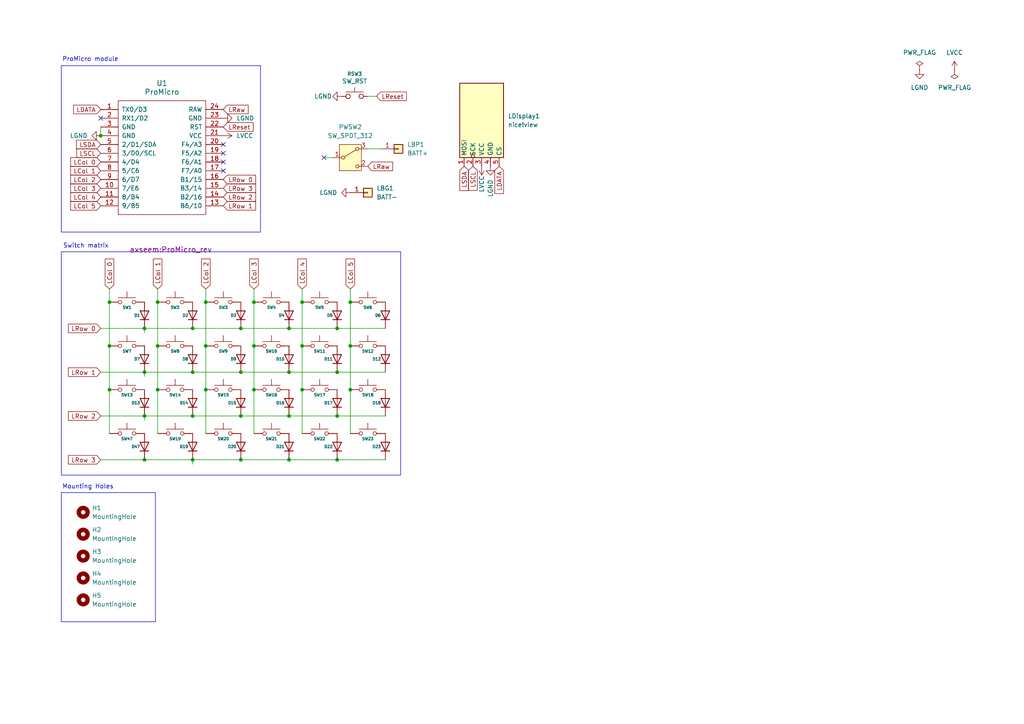
<source format=kicad_sch>
(kicad_sch (version 20250114) (generator "eeschema") (generator_version "9.0")
  (paper "A4")
  (lib_symbols
    (symbol "Device:D" (pin_numbers (hide yes)) (pin_names (offset 1.016) (hide yes))
      (property "Reference" "D" (at 0 2.54 0))
      (property "Value" "D" (at 0 -2.54 0))
      (symbol "D_0_1"
        (polyline (pts (xy -1.27 1.27) (xy -1.27 -1.27)) (stroke (width 0.254)))
        (polyline (pts (xy 1.27 1.27) (xy 1.27 -1.27) (xy -1.27 0) (xy 1.27 1.27)) (stroke (width 0.254)))
        (polyline (pts (xy 1.27 0) (xy -1.27 0)))
      )
      (symbol "D_1_1"
        (pin passive line (at -3.81 0 0) (length 2.54) (name "K") (number "1"))
        (pin passive line (at 3.81 0 180) (length 2.54) (name "A") (number "2"))
      )
    )
    (symbol "Lily58_Pro-rescue:SW_RST-Lily58-cache" (pin_numbers (hide yes)) (pin_names (offset 1.016) (hide yes))
      (property "Reference" "RSW" (at 2.54 2.54 0))
      (property "Value" "Lily58-cache:SW_RST" (at 0 -2.54 0))
      (symbol "SW_RST-Lily58-cache_0_1"
        (polyline (pts (xy -2.54 1.27) (xy 2.54 1.27)))
        (polyline (pts (xy 0 2.54) (xy 0 1.27)))
        (pin passive inverted (at -3.81 0 0) (length 2.54) (name "1") (number "1"))
        (pin passive inverted (at 3.81 0 180) (length 2.54) (name "2") (number "2"))
      )
    )
    (symbol "Lily58_Pro-rescue:i2c_pin-Lily58-cache" (pin_names (offset 1.016) (hide yes))
      (property "Reference" "J" (at 0 2.54 0))
      (property "Value" "Lily58-cache:i2c_pin" (at 0 -2.54 0))
      (symbol "i2c_pin-Lily58-cache_1_1"
        (rectangle (start -1.27 1.27) (end 1.27 -1.27) (stroke (width 0.254)) (fill (type background)))
        (rectangle (start -1.27 0.127) (end 0 -0.127) (stroke (width 0.1524)))
        (pin passive line (at -5.08 0 0) (length 3.81) (name "Pin_1") (number "1"))
      )
    )
    (symbol "Mechanical:MountingHole" (pin_names (offset 1.016)) (exclude_from_sim yes) (in_bom no)
      (property "Reference" "H" (at 0 5.08 0))
      (property "Value" "MountingHole" (at 0 3.175 0))
      (symbol "MountingHole_0_1"
        (circle (center 0 0) (radius 1.27) (stroke (width 1.27)))
      )
    )
    (symbol "Switch:SW_Push" (pin_numbers (hide yes)) (pin_names (offset 1.016) (hide yes))
      (property "Reference" "SW" (at 1.27 2.54 0))
      (property "Value" "SW_Push" (at 0 -1.524 0))
      (symbol "SW_Push_0_1"
        (circle (center -2.032 0) (radius 0.508))
        (polyline (pts (xy 0 1.27) (xy 0 3.048)))
        (circle (center 2.032 0) (radius 0.508))
        (polyline (pts (xy 2.54 1.27) (xy -2.54 1.27)))
        (pin passive line (at -5.08 0 0) (length 2.54) (name "1") (number "1"))
        (pin passive line (at 5.08 0 180) (length 2.54) (name "2") (number "2"))
      )
    )
    (symbol "Switch:SW_SPDT_312" (pin_names (offset 1) (hide yes))
      (property "Reference" "SW" (at 0 5.08 0))
      (property "Value" "SW_SPDT_312" (at 0 -5.08 0))
      (symbol "SW_SPDT_312_0_1"
        (circle (center -2.032 0) (radius 0.4572))
        (polyline (pts (xy -1.651 0.254) (xy 1.651 2.286)))
        (circle (center 2.032 2.54) (radius 0.4572))
        (circle (center 2.032 -2.54) (radius 0.4572))
      )
      (symbol "SW_SPDT_312_1_1"
        (rectangle (start -3.175 3.81) (end 3.175 -3.81) (fill (type background)))
        (pin passive line (at -5.08 0 0) (length 2.54) (name "B") (number "1"))
        (pin passive line (at 5.08 2.54 180) (length 2.54) (name "A") (number "3"))
        (pin passive line (at 5.08 -2.54 180) (length 2.54) (name "C") (number "2"))
      )
    )
    (symbol "kbd:ProMicro" (pin_names (offset 1.016))
      (property "Reference" "U" (at 0 19.05 0))
      (property "Value" "ProMicro" (at 0 -19.05 0))
      (symbol "ProMicro_0_1"
        (rectangle (start -12.7 16.51) (end 12.7 -16.51))
      )
      (symbol "ProMicro_1_1"
        (pin bidirectional line (at -17.78 13.97 0) (length 5.08) (name "TX0/D3") (number "1"))
        (pin bidirectional line (at -17.78 11.43 0) (length 5.08) (name "RX1/D2") (number "2"))
        (pin power_in line (at -17.78 8.89 0) (length 5.08) (name "GND") (number "3"))
        (pin power_in line (at -17.78 6.35 0) (length 5.08) (name "GND") (number "4"))
        (pin bidirectional line (at -17.78 3.81 0) (length 5.08) (name "2/D1/SDA") (number "5"))
        (pin bidirectional line (at -17.78 1.27 0) (length 5.08) (name "3/D0/SCL") (number "6"))
        (pin bidirectional line (at -17.78 -1.27 0) (length 5.08) (name "4/D4") (number "7"))
        (pin bidirectional line (at -17.78 -3.81 0) (length 5.08) (name "5/C6") (number "8"))
        (pin bidirectional line (at -17.78 -6.35 0) (length 5.08) (name "6/D7") (number "9"))
        (pin bidirectional line (at -17.78 -8.89 0) (length 5.08) (name "7/E6") (number "10"))
        (pin bidirectional line (at -17.78 -11.43 0) (length 5.08) (name "8/B4") (number "11"))
        (pin bidirectional line (at -17.78 -13.97 0) (length 5.08) (name "9/B5") (number "12"))
        (pin power_out line (at 17.78 13.97 180) (length 5.08) (name "RAW") (number "24"))
        (pin power_in line (at 17.78 11.43 180) (length 5.08) (name "GND") (number "23"))
        (pin input line (at 17.78 8.89 180) (length 5.08) (name "RST") (number "22"))
        (pin power_in line (at 17.78 6.35 180) (length 5.08) (name "VCC") (number "21"))
        (pin bidirectional line (at 17.78 3.81 180) (length 5.08) (name "F4/A3") (number "20"))
        (pin bidirectional line (at 17.78 1.27 180) (length 5.08) (name "F5/A2") (number "19"))
        (pin bidirectional line (at 17.78 -1.27 180) (length 5.08) (name "F6/A1") (number "18"))
        (pin bidirectional line (at 17.78 -3.81 180) (length 5.08) (name "F7/A0") (number "17"))
        (pin bidirectional line (at 17.78 -6.35 180) (length 5.08) (name "B1/15") (number "16"))
        (pin bidirectional line (at 17.78 -8.89 180) (length 5.08) (name "B3/14") (number "15"))
        (pin bidirectional line (at 17.78 -11.43 180) (length 5.08) (name "B2/16") (number "14"))
        (pin bidirectional line (at 17.78 -13.97 180) (length 5.08) (name "B6/10") (number "13"))
      )
    )
    (symbol "niceview:nice!view"
      (property "Reference" "Display" (at 0 12.7 0))
      (property "Value" "nice!view" (at 0 0 0))
      (symbol "nice!view_0_1"
        (rectangle (start -6.35 11.43) (end 6.35 -10.16) (stroke (width 0.254)) (fill (type background)))
      )
      (symbol "nice!view_1_1"
        (pin input line (at -5.08 -12.7 90) (length 2.54) (name "MOSI") (number "1"))
        (pin input clock (at -2.54 -12.7 90) (length 2.54) (name "SCK") (number "2"))
        (pin power_in line (at 0 -12.7 90) (length 2.54) (name "VCC") (number "3"))
        (pin power_out line (at 2.54 -12.7 90) (length 2.54) (name "GND") (number "4"))
        (pin passive line (at 5.08 -12.7 90) (length 2.54) (name "CS") (number "5"))
      )
    )
    (symbol "power:GND" (power) (pin_numbers (hide yes)) (pin_names (offset 0) (hide yes))
      (property "Value" "GND" (at 0 -3.81 0))
      (symbol "GND_0_1"
        (polyline (pts (xy 0 0) (xy 0 -1.27) (xy 1.27 -1.27) (xy 0 -2.54) (xy -1.27 -1.27) (xy 0 -1.27)))
      )
      (symbol "GND_1_1"
        (pin power_in line (at 0 0 270) (length 0) (name "~") (number "1"))
      )
    )
    (symbol "power:PWR_FLAG" (power) (pin_numbers (hide yes)) (pin_names (offset 0) (hide yes))
      (property "Value" "PWR_FLAG" (at 0 3.81 0))
      (symbol "PWR_FLAG_0_0"
        (pin power_out line (at 0 0 90) (length 0) (name "~") (number "1"))
      )
      (symbol "PWR_FLAG_0_1"
        (polyline (pts (xy 0 0) (xy 0 1.27) (xy -1.016 1.905) (xy 0 2.54) (xy 1.016 1.905) (xy 0 1.27)))
      )
    )
    (symbol "power:VCC" (power) (pin_numbers (hide yes)) (pin_names (offset 0) (hide yes))
      (property "Value" "VCC" (at 0 3.556 0))
      (symbol "VCC_0_1"
        (polyline (pts (xy -0.762 1.27) (xy 0 2.54)))
        (polyline (pts (xy 0 2.54) (xy 0.762 1.27)))
        (polyline (pts (xy 0 0) (xy 0 2.54)))
      )
      (symbol "VCC_1_1"
        (pin power_in line (at 0 0 90) (length 0) (name "~") (number "1"))
      )
    )
  )
  (rectangle (start 17.78 19.05) (end 75.565 67.31))
  (rectangle (start 17.78 142.875) (end 45.085 180.34))
  (rectangle (start 17.78 73.025) (end 116.205 137.795))
  (text "Switch matrix" (at 18.288 72.136 0) (effects (font (size 1.27 1.27)) (justify left bottom)))
  (text "Mounting Holes" (at 18.034 141.986 0) (effects (font (size 1.27 1.27)) (justify left bottom)))
  (text "ProMicro module" (at 18.034 18.034 0) (effects (font (size 1.27 1.27)) (justify left bottom)))
  (junction (at 83.82 95.25))
  (junction (at 101.6 100.33))
  (junction (at 45.72 87.63))
  (junction (at 83.82 120.65))
  (junction (at 97.79 95.25))
  (junction (at 41.91 133.35))
  (junction (at 73.66 100.33))
  (junction (at 55.88 120.65))
  (junction (at 31.75 100.33))
  (junction (at 31.75 113.03))
  (junction (at 69.85 107.95))
  (junction (at 97.79 107.95))
  (junction (at 97.79 120.65))
  (junction (at 31.75 87.63))
  (junction (at 59.69 87.63))
  (junction (at 45.72 113.03))
  (junction (at 101.6 113.03))
  (junction (at 55.88 107.95))
  (junction (at 55.88 95.25))
  (junction (at 41.91 95.25))
  (junction (at 59.69 100.33))
  (junction (at 29.21 39.37))
  (junction (at 73.66 87.63))
  (junction (at 41.91 120.65))
  (junction (at 69.85 133.35))
  (junction (at 55.88 133.35))
  (junction (at 73.66 113.03))
  (junction (at 45.72 100.33))
  (junction (at 97.79 133.35))
  (junction (at 83.82 133.35))
  (junction (at 83.82 107.95))
  (junction (at 69.85 95.25))
  (junction (at 87.63 113.03))
  (junction (at 41.91 107.95))
  (junction (at 87.63 100.33))
  (junction (at 69.85 120.65))
  (junction (at 59.69 113.03))
  (junction (at 101.6 87.63))
  (junction (at 87.63 87.63))
  (no_connect (at 93.98 45.72))
  (no_connect (at 64.77 46.99))
  (no_connect (at 64.77 44.45))
  (no_connect (at 64.77 41.91))
  (no_connect (at 64.77 49.53))
  (no_connect (at 29.21 34.29))
  (wire (pts (xy 31.75 83.82) (xy 31.75 87.63)))
  (wire (pts (xy 59.69 83.82) (xy 59.69 87.63)))
  (wire (pts (xy 55.88 133.35) (xy 55.88 134.62)))
  (wire (pts (xy 97.79 120.65) (xy 111.76 120.65)))
  (wire (pts (xy 106.68 27.94) (xy 109.22 27.94)))
  (wire (pts (xy 55.88 95.25) (xy 69.85 95.25)))
  (wire (pts (xy 55.88 120.65) (xy 69.85 120.65)))
  (wire (pts (xy 41.91 95.25) (xy 41.91 96.52)))
  (wire (pts (xy 45.72 87.63) (xy 45.72 100.33)))
  (wire (pts (xy 87.63 83.82) (xy 87.63 87.63)))
  (wire (pts (xy 41.91 107.95) (xy 55.88 107.95)))
  (wire (pts (xy 101.6 113.03) (xy 101.6 125.73)))
  (wire (pts (xy 101.6 83.82) (xy 101.6 87.63)))
  (wire (pts (xy 29.21 95.25) (xy 41.91 95.25)))
  (wire (pts (xy 83.82 107.95) (xy 97.79 107.95)))
  (wire (pts (xy 41.91 133.35) (xy 55.88 133.35)))
  (wire (pts (xy 59.69 87.63) (xy 59.69 100.33)))
  (wire (pts (xy 69.85 120.65) (xy 83.82 120.65)))
  (wire (pts (xy 41.91 120.65) (xy 55.88 120.65)))
  (wire (pts (xy 69.85 95.25) (xy 83.82 95.25)))
  (wire (pts (xy 111.76 95.25) (xy 97.79 95.25)))
  (wire (pts (xy 97.79 107.95) (xy 111.76 107.95)))
  (wire (pts (xy 101.6 100.33) (xy 101.6 113.03)))
  (wire (pts (xy 55.88 133.35) (xy 69.85 133.35)))
  (wire (pts (xy 101.6 87.63) (xy 101.6 100.33)))
  (wire (pts (xy 29.21 133.35) (xy 41.91 133.35)))
  (wire (pts (xy 69.85 133.35) (xy 83.82 133.35)))
  (wire (pts (xy 55.88 107.95) (xy 69.85 107.95)))
  (wire (pts (xy 45.72 100.33) (xy 45.72 113.03)))
  (wire (pts (xy 41.91 120.65) (xy 41.91 121.92)))
  (wire (pts (xy 69.85 107.95) (xy 83.82 107.95)))
  (wire (pts (xy 73.66 83.82) (xy 73.66 87.63)))
  (wire (pts (xy 45.72 83.82) (xy 45.72 87.63)))
  (wire (pts (xy 41.91 107.95) (xy 41.91 109.22)))
  (wire (pts (xy 41.91 95.25) (xy 55.88 95.25)))
  (wire (pts (xy 31.75 87.63) (xy 31.75 100.33)))
  (wire (pts (xy 87.63 87.63) (xy 87.63 100.33)))
  (wire (pts (xy 73.66 113.03) (xy 73.66 125.73)))
  (wire (pts (xy 87.63 100.33) (xy 87.63 113.03)))
  (wire (pts (xy 59.69 113.03) (xy 59.69 125.73)))
  (wire (pts (xy 83.82 120.65) (xy 97.79 120.65)))
  (wire (pts (xy 29.21 36.83) (xy 29.21 39.37)))
  (wire (pts (xy 110.49 43.18) (xy 106.68 43.18)))
  (wire (pts (xy 97.79 133.35) (xy 111.76 133.35)))
  (wire (pts (xy 73.66 87.63) (xy 73.66 100.33)))
  (wire (pts (xy 31.75 100.33) (xy 31.75 113.03)))
  (wire (pts (xy 87.63 113.03) (xy 87.63 125.73)))
  (wire (pts (xy 45.72 113.03) (xy 45.72 125.73)))
  (wire (pts (xy 83.82 133.35) (xy 97.79 133.35)))
  (wire (pts (xy 59.69 100.33) (xy 59.69 113.03)))
  (wire (pts (xy 29.21 107.95) (xy 41.91 107.95)))
  (wire (pts (xy 73.66 100.33) (xy 73.66 113.03)))
  (wire (pts (xy 29.21 120.65) (xy 41.91 120.65)))
  (wire (pts (xy 93.98 45.72) (xy 96.52 45.72)))
  (wire (pts (xy 31.75 113.03) (xy 31.75 125.73)))
  (wire (pts (xy 97.79 95.25) (xy 83.82 95.25)))
  (global_label "LRow 3" (shape input) (at 64.77 54.61 0) (property "Intersheetrefs" "${INTERSHEET_REFS}" (effects (hide yes))))
  (global_label "LRow 2" (shape input) (at 64.77 57.15 0) (property "Intersheetrefs" "${INTERSHEET_REFS}" (effects (hide yes))))
  (global_label "LSDA" (shape input) (at 29.21 41.91 180) (property "Intersheetrefs" "${INTERSHEET_REFS}" (effects (hide yes))))
  (global_label "LRow 2" (shape input) (at 29.21 120.65 180) (property "Intersheetrefs" "${INTERSHEET_REFS}" (effects (hide yes))))
  (global_label "LCol 1" (shape input) (at 29.21 49.53 180) (property "Intersheetrefs" "${INTERSHEET_REFS}" (effects (hide yes))))
  (global_label "LCol 0" (shape input) (at 31.75 83.82 90) (property "Intersheetrefs" "${INTERSHEET_REFS}" (effects (hide yes))))
  (global_label "LCol 4" (shape input) (at 29.21 57.15 180) (property "Intersheetrefs" "${INTERSHEET_REFS}" (effects (hide yes))))
  (global_label "LCol 3" (shape input) (at 73.66 83.82 90) (property "Intersheetrefs" "${INTERSHEET_REFS}" (effects (hide yes))))
  (global_label "LReset" (shape input) (at 109.22 27.94 0) (property "Intersheetrefs" "${INTERSHEET_REFS}" (effects (hide yes))))
  (global_label "LCol 3" (shape input) (at 29.21 54.61 180) (property "Intersheetrefs" "${INTERSHEET_REFS}" (effects (hide yes))))
  (global_label "LDATA" (shape input) (at 29.21 31.75 180) (property "Intersheetrefs" "${INTERSHEET_REFS}" (effects (hide yes))))
  (global_label "LCol 2" (shape input) (at 29.21 52.07 180) (property "Intersheetrefs" "${INTERSHEET_REFS}" (effects (hide yes))))
  (global_label "LRow 3" (shape input) (at 29.21 133.35 180) (property "Intersheetrefs" "${INTERSHEET_REFS}" (effects (hide yes))))
  (global_label "LCol 5" (shape input) (at 101.6 83.82 90) (property "Intersheetrefs" "${INTERSHEET_REFS}" (effects (hide yes))))
  (global_label "LCol 0" (shape input) (at 29.21 46.99 180) (property "Intersheetrefs" "${INTERSHEET_REFS}" (effects (hide yes))))
  (global_label "LReset" (shape input) (at 64.77 36.83 0) (property "Intersheetrefs" "${INTERSHEET_REFS}" (effects (hide yes))))
  (global_label "LCol 1" (shape input) (at 45.72 83.82 90) (property "Intersheetrefs" "${INTERSHEET_REFS}" (effects (hide yes))))
  (global_label "LRow 0" (shape input) (at 64.77 52.07 0) (property "Intersheetrefs" "${INTERSHEET_REFS}" (effects (hide yes))))
  (global_label "LSCL" (shape input) (at 137.16 48.26 270) (property "Intersheetrefs" "${INTERSHEET_REFS}" (effects (hide yes))))
  (global_label "LSCL" (shape input) (at 29.21 44.45 180) (property "Intersheetrefs" "${INTERSHEET_REFS}" (effects (hide yes))))
  (global_label "LRaw" (shape input) (at 106.68 48.26 0) (property "Intersheetrefs" "${INTERSHEET_REFS}" (effects (hide yes))))
  (global_label "LRow 1" (shape input) (at 29.21 107.95 180) (property "Intersheetrefs" "${INTERSHEET_REFS}" (effects (hide yes))))
  (global_label "LCol 2" (shape input) (at 59.69 83.82 90) (property "Intersheetrefs" "${INTERSHEET_REFS}" (effects (hide yes))))
  (global_label "LSDA" (shape input) (at 134.62 48.26 270) (property "Intersheetrefs" "${INTERSHEET_REFS}" (effects (hide yes))))
  (global_label "LRaw" (shape input) (at 64.77 31.75 0) (property "Intersheetrefs" "${INTERSHEET_REFS}" (effects (hide yes))))
  (global_label "LDATA" (shape input) (at 144.78 48.26 270) (property "Intersheetrefs" "${INTERSHEET_REFS}" (effects (hide yes))))
  (global_label "LCol 5" (shape input) (at 29.21 59.69 180) (property "Intersheetrefs" "${INTERSHEET_REFS}" (effects (hide yes))))
  (global_label "LRow 1" (shape input) (at 64.77 59.69 0) (property "Intersheetrefs" "${INTERSHEET_REFS}" (effects (hide yes))))
  (global_label "LCol 4" (shape input) (at 87.63 83.82 90) (property "Intersheetrefs" "${INTERSHEET_REFS}" (effects (hide yes))))
  (global_label "LRow 0" (shape input) (at 29.21 95.25 180) (property "Intersheetrefs" "${INTERSHEET_REFS}" (effects (hide yes))))
  (symbol (lib_id "Switch:SW_Push") (at 92.71 100.33 0) (unit 1)
    (property "Reference" "SW11" (at 92.71 101.854 0) (effects (font (size 0.8128 0.8128))))
    (property "Value" "SW_Push" (effects (hide yes)))
    (property "Footprint" "axseem:SW_MX_Choc-v1v2_Hotswap" (effects (hide yes)))
    (property "Description" "Push button switch, generic, two pins" (effects (hide yes)))
  )
  (symbol (lib_id "Switch:SW_Push") (at 64.77 100.33 0) (unit 1)
    (property "Reference" "SW9" (at 64.77 101.854 0) (effects (font (size 0.8128 0.8128))))
    (property "Value" "SW_Push" (effects (hide yes)))
    (property "Footprint" "axseem:SW_MX_Choc-v1v2_Hotswap" (effects (hide yes)))
    (property "Description" "Push button switch, generic, two pins" (effects (hide yes)))
  )
  (symbol (lib_id "Switch:SW_Push") (at 64.77 113.03 0) (unit 1)
    (property "Reference" "SW15" (at 64.77 114.554 0) (effects (font (size 0.8128 0.8128))))
    (property "Value" "SW_Push" (effects (hide yes)))
    (property "Footprint" "axseem:SW_MX_Choc-v1v2_Hotswap" (effects (hide yes)))
    (property "Description" "Push button switch, generic, two pins" (effects (hide yes)))
  )
  (symbol (lib_id "Switch:SW_Push") (at 36.83 100.33 0) (unit 1)
    (property "Reference" "SW7" (at 36.83 101.854 0) (effects (font (size 0.8128 0.8128))))
    (property "Value" "SW_Push" (effects (hide yes)))
    (property "Footprint" "axseem:SW_MX_Choc-v1v2_Hotswap" (effects (hide yes)))
    (property "Description" "Push button switch, generic, two pins" (effects (hide yes)))
  )
  (symbol (lib_id "Switch:SW_Push") (at 50.8 125.73 0) (unit 1)
    (property "Reference" "SW19" (at 50.8 127.254 0) (effects (font (size 0.8128 0.8128))))
    (property "Value" "SW_Push" (effects (hide yes)))
    (property "Footprint" "axseem:SW_MX_Choc-v1v2_Hotswap" (effects (hide yes)))
    (property "Description" "Push button switch, generic, two pins" (effects (hide yes)))
  )
  (symbol (lib_id "Lily58_Pro-rescue:i2c_pin-Lily58-cache") (at 115.57 43.18 0) (unit 1)
    (property "Reference" "LBP1" (at 118.11 41.9099 0) (effects (justify left)))
    (property "Value" "BATT+" (at 118.11 44.4499 0) (effects (justify left)))
    (property "Footprint" "axseem:1pin_conn" (effects (hide yes)))
  )
  (symbol (lib_id "power:GND") (at 29.21 39.37 270) (unit 1)
    (property "Reference" "#PWR07" (effects (hide yes)))
    (property "Value" "LGND" (at 25.4 39.3699 90) (effects (justify right)))
    (property "Description" "Power symbol creates a global label with name \"GND\" , ground" (effects (hide yes)))
  )
  (symbol (lib_id "niceview:nice!view") (at 139.7 35.56 0) (unit 1)
    (property "Reference" "LDisplay1" (at 147.32 33.6549 0) (effects (justify left)))
    (property "Value" "nice!view" (at 147.32 36.1949 0) (effects (justify left)))
    (property "Footprint" "axseem:nice_view_1side" (effects (hide yes)))
    (property "Datasheet" "https://nicekeyboards.com/docs/nice-view/pinout-schematic" (effects (hide yes)))
    (property "Description" "Sharp LS011B7DH03 Memory in Pixel 160x68" (effects (hide yes)))
  )
  (symbol (lib_id "Switch:SW_Push") (at 106.68 100.33 0) (unit 1)
    (property "Reference" "SW12" (at 106.68 101.854 0) (effects (font (size 0.8128 0.8128))))
    (property "Value" "SW_Push" (effects (hide yes)))
    (property "Footprint" "axseem:SW_MX_Choc-v1v2_Hotswap" (effects (hide yes)))
    (property "Description" "Push button switch, generic, two pins" (effects (hide yes)))
  )
  (symbol (lib_id "Mechanical:MountingHole") (at 24.13 154.94 0) (unit 1) (exclude_from_sim yes) (in_bom no)
    (property "Reference" "H2" (at 26.67 153.6699 0) (effects (justify left)))
    (property "Value" "MountingHole" (at 26.67 156.2099 0) (effects (justify left)))
    (property "Footprint" "MountingHole:MountingHole_2.2mm_M2_DIN965" (effects (hide yes)))
    (property "Description" "Mounting Hole without connection" (effects (hide yes)))
  )
  (symbol (lib_id "Switch:SW_Push") (at 106.68 113.03 0) (unit 1)
    (property "Reference" "SW18" (at 106.68 114.554 0) (effects (font (size 0.8128 0.8128))))
    (property "Value" "SW_Push" (effects (hide yes)))
    (property "Footprint" "axseem:SW_MX_Choc-v1v2_Hotswap" (effects (hide yes)))
    (property "Description" "Push button switch, generic, two pins" (effects (hide yes)))
  )
  (symbol (lib_id "power:PWR_FLAG") (at 266.7 20.32 0) (unit 1)
    (property "Reference" "#FLG01" (effects (hide yes)))
    (property "Value" "PWR_FLAG" (at 266.7 15.24 0))
    (property "Description" "Special symbol for telling ERC where power comes from" (effects (hide yes)))
  )
  (symbol (lib_id "Switch:SW_Push") (at 64.77 125.73 0) (unit 1)
    (property "Reference" "SW20" (at 64.77 127.254 0) (effects (font (size 0.8128 0.8128))))
    (property "Value" "SW_Push" (effects (hide yes)))
    (property "Footprint" "axseem:SW_MX_Choc-v1v2_Hotswap" (effects (hide yes)))
    (property "Description" "Push button switch, generic, two pins" (effects (hide yes)))
  )
  (symbol (lib_id "Lily58_Pro-rescue:SW_RST-Lily58-cache") (at 102.87 27.94 0) (unit 1)
    (property "Reference" "RSW3" (at 102.87 21.4376 0) (effects (font (size 1.016 1.016))))
    (property "Value" "SW_RST" (at 102.87 23.5458 0))
    (property "Footprint" "axseem:TACT_SWITCH_TVBP06" (effects (hide yes)))
  )
  (symbol (lib_id "power:GND") (at 101.6 55.88 270) (unit 1)
    (property "Reference" "#PWR021" (effects (hide yes)))
    (property "Value" "LGND" (at 97.79 55.8799 90) (effects (justify right)))
    (property "Description" "Power symbol creates a global label with name \"GND\" , ground" (effects (hide yes)))
  )
  (symbol (lib_id "power:GND") (at 99.06 27.94 270) (unit 1)
    (property "Reference" "#PWR011" (effects (hide yes)))
    (property "Value" "LGND" (at 96.266 27.94 90) (effects (justify right)))
    (property "Description" "Power symbol creates a global label with name \"GND\" , ground" (effects (hide yes)))
  )
  (symbol (lib_id "Switch:SW_Push") (at 36.83 87.63 0) (unit 1)
    (property "Reference" "SW1" (at 36.83 89.154 0) (effects (font (size 0.8128 0.8128))))
    (property "Value" "SW_Push" (effects (hide yes)))
    (property "Footprint" "axseem:SW_MX_Choc-v1v2_Hotswap" (effects (hide yes)))
    (property "Description" "Push button switch, generic, two pins" (effects (hide yes)))
  )
  (symbol (lib_id "Mechanical:MountingHole") (at 24.13 148.59 0) (unit 1) (exclude_from_sim yes) (in_bom no)
    (property "Reference" "H1" (at 26.67 147.3199 0) (effects (justify left)))
    (property "Value" "MountingHole" (at 26.67 149.8599 0) (effects (justify left)))
    (property "Footprint" "MountingHole:MountingHole_2.2mm_M2_DIN965" (effects (hide yes)))
    (property "Description" "Mounting Hole without connection" (effects (hide yes)))
  )
  (symbol (lib_id "Device:D") (at 111.76 91.44 90) (unit 1)
    (property "Reference" "D6" (at 110.49 91.44 90) (effects (font (size 0.8128 0.8128)) (justify left)))
    (property "Value" "D" (effects (hide yes)))
    (property "Footprint" "Diode_SMD:D_SOD-323_HandSoldering" (effects (hide yes)))
    (property "Description" "Diode" (effects (hide yes)))
    (property "Sim.Device" "D" (effects (hide yes)))
    (property "Sim.Pins" "1=K 2=A" (effects (hide yes)))
  )
  (symbol (lib_id "Switch:SW_Push") (at 36.83 125.73 0) (unit 1)
    (property "Reference" "SW47" (at 36.83 127.254 0) (effects (font (size 0.8128 0.8128))))
    (property "Value" "SW_Push" (effects (hide yes)))
    (property "Footprint" "axseem:SW_MX_Choc-v1v2_Hotswap" (effects (hide yes)))
    (property "Description" "Push button switch, generic, two pins" (effects (hide yes)))
  )
  (symbol (lib_id "power:VCC") (at 64.77 39.37 270) (unit 1)
    (property "Reference" "#PWR08" (effects (hide yes)))
    (property "Value" "LVCC" (at 68.58 39.3699 90) (effects (justify left)))
    (property "Description" "Power symbol creates a global label with name \"VCC\"" (effects (hide yes)))
  )
  (symbol (lib_id "Device:D") (at 69.85 129.54 90) (unit 1)
    (property "Reference" "D20" (at 68.58 129.54 90) (effects (font (size 0.8128 0.8128)) (justify left)))
    (property "Value" "D" (effects (hide yes)))
    (property "Footprint" "Diode_SMD:D_SOD-323_HandSoldering" (effects (hide yes)))
    (property "Description" "Diode" (effects (hide yes)))
    (property "Sim.Device" "D" (effects (hide yes)))
    (property "Sim.Pins" "1=K 2=A" (effects (hide yes)))
  )
  (symbol (lib_id "Device:D") (at 83.82 129.54 90) (unit 1)
    (property "Reference" "D21" (at 82.55 129.54 90) (effects (font (size 0.8128 0.8128)) (justify left)))
    (property "Value" "D" (effects (hide yes)))
    (property "Footprint" "Diode_SMD:D_SOD-323_HandSoldering" (effects (hide yes)))
    (property "Description" "Diode" (effects (hide yes)))
    (property "Sim.Device" "D" (effects (hide yes)))
    (property "Sim.Pins" "1=K 2=A" (effects (hide yes)))
  )
  (symbol (lib_id "kbd:ProMicro") (at 46.99 45.72 0) (unit 1)
    (property "Reference" "U1" (at 46.99 24.13 0) (effects (font (size 1.524 1.524))))
    (property "Value" "ProMicro" (at 46.99 26.67 0) (effects (font (size 1.524 1.524))))
    (property "Footprint" "axseem:ProMicro_rev" (at 49.53 72.39 0) (effects (font (size 1.524 1.524))))
  )
  (symbol (lib_id "power:PWR_FLAG") (at 276.86 20.32 180) (unit 1)
    (property "Reference" "#FLG02" (effects (hide yes)))
    (property "Value" "PWR_FLAG" (at 276.86 25.4 0))
    (property "Description" "Special symbol for telling ERC where power comes from" (effects (hide yes)))
  )
  (symbol (lib_id "Device:D") (at 83.82 104.14 90) (unit 1)
    (property "Reference" "D10" (at 82.55 104.14 90) (effects (font (size 0.8128 0.8128)) (justify left)))
    (property "Value" "D" (effects (hide yes)))
    (property "Footprint" "Diode_SMD:D_SOD-323_HandSoldering" (effects (hide yes)))
    (property "Description" "Diode" (effects (hide yes)))
    (property "Sim.Device" "D" (effects (hide yes)))
    (property "Sim.Pins" "1=K 2=A" (effects (hide yes)))
  )
  (symbol (lib_id "Device:D") (at 55.88 104.14 90) (unit 1)
    (property "Reference" "D8" (at 54.61 104.14 90) (effects (font (size 0.8128 0.8128)) (justify left)))
    (property "Value" "D" (effects (hide yes)))
    (property "Footprint" "Diode_SMD:D_SOD-323_HandSoldering" (effects (hide yes)))
    (property "Description" "Diode" (effects (hide yes)))
    (property "Sim.Device" "D" (effects (hide yes)))
    (property "Sim.Pins" "1=K 2=A" (effects (hide yes)))
  )
  (symbol (lib_id "Switch:SW_Push") (at 64.77 87.63 0) (unit 1)
    (property "Reference" "SW3" (at 64.77 89.154 0) (effects (font (size 0.8128 0.8128))))
    (property "Value" "SW_Push" (effects (hide yes)))
    (property "Footprint" "axseem:SW_MX_Choc-v1v2_Hotswap" (effects (hide yes)))
    (property "Description" "Push button switch, generic, two pins" (effects (hide yes)))
  )
  (symbol (lib_id "Switch:SW_Push") (at 78.74 113.03 0) (unit 1)
    (property "Reference" "SW16" (at 78.74 114.554 0) (effects (font (size 0.8128 0.8128))))
    (property "Value" "SW_Push" (effects (hide yes)))
    (property "Footprint" "axseem:SW_MX_Choc-v1v2_Hotswap" (effects (hide yes)))
    (property "Description" "Push button switch, generic, two pins" (effects (hide yes)))
  )
  (symbol (lib_id "Device:D") (at 41.91 116.84 90) (unit 1)
    (property "Reference" "D13" (at 40.64 116.84 90) (effects (font (size 0.8128 0.8128)) (justify left)))
    (property "Value" "D" (effects (hide yes)))
    (property "Footprint" "Diode_SMD:D_SOD-323_HandSoldering" (effects (hide yes)))
    (property "Description" "Diode" (effects (hide yes)))
    (property "Sim.Device" "D" (effects (hide yes)))
    (property "Sim.Pins" "1=K 2=A" (effects (hide yes)))
  )
  (symbol (lib_id "Switch:SW_Push") (at 106.68 125.73 0) (unit 1)
    (property "Reference" "SW23" (at 106.68 127.254 0) (effects (font (size 0.8128 0.8128))))
    (property "Value" "SW_Push" (effects (hide yes)))
    (property "Footprint" "axseem:SW_MX_Choc-v1v2_Hotswap" (effects (hide yes)))
    (property "Description" "Push button switch, generic, two pins" (effects (hide yes)))
  )
  (symbol (lib_id "Device:D") (at 41.91 129.54 90) (unit 1)
    (property "Reference" "D47" (at 40.64 129.54 90) (effects (font (size 0.8128 0.8128)) (justify left)))
    (property "Value" "D" (effects (hide yes)))
    (property "Footprint" "Diode_SMD:D_SOD-323_HandSoldering" (effects (hide yes)))
    (property "Description" "Diode" (effects (hide yes)))
    (property "Sim.Device" "D" (effects (hide yes)))
    (property "Sim.Pins" "1=K 2=A" (effects (hide yes)))
  )
  (symbol (lib_id "Mechanical:MountingHole") (at 24.13 173.99 0) (unit 1) (exclude_from_sim yes) (in_bom no)
    (property "Reference" "H5" (at 26.67 172.7199 0) (effects (justify left)))
    (property "Value" "MountingHole" (at 26.67 175.2599 0) (effects (justify left)))
    (property "Footprint" "MountingHole:MountingHole_2.2mm_M2_DIN965" (effects (hide yes)))
    (property "Description" "Mounting Hole without connection" (effects (hide yes)))
  )
  (symbol (lib_id "power:VCC") (at 276.86 20.32 0) (unit 1)
    (property "Reference" "#PWR02" (effects (hide yes)))
    (property "Value" "LVCC" (at 276.86 15.24 0))
    (property "Description" "Power symbol creates a global label with name \"VCC\"" (effects (hide yes)))
  )
  (symbol (lib_id "power:GND") (at 64.77 34.29 90) (mirror x) (unit 1)
    (property "Reference" "#PWR09" (effects (hide yes)))
    (property "Value" "LGND" (at 68.58 34.2899 90) (effects (justify right)))
    (property "Description" "Power symbol creates a global label with name \"GND\" , ground" (effects (hide yes)))
  )
  (symbol (lib_id "Switch:SW_Push") (at 92.71 125.73 0) (unit 1)
    (property "Reference" "SW22" (at 92.71 127.254 0) (effects (font (size 0.8128 0.8128))))
    (property "Value" "SW_Push" (effects (hide yes)))
    (property "Footprint" "axseem:SW_MX_Choc-v1v2_Hotswap" (effects (hide yes)))
    (property "Description" "Push button switch, generic, two pins" (effects (hide yes)))
  )
  (symbol (lib_id "Device:D") (at 111.76 129.54 90) (unit 1)
    (property "Reference" "D23" (at 110.49 129.54 90) (effects (font (size 0.8128 0.8128)) (justify left)))
    (property "Value" "D" (effects (hide yes)))
    (property "Footprint" "Diode_SMD:D_SOD-323_HandSoldering" (effects (hide yes)))
    (property "Description" "Diode" (effects (hide yes)))
    (property "Sim.Device" "D" (effects (hide yes)))
    (property "Sim.Pins" "1=K 2=A" (effects (hide yes)))
  )
  (symbol (lib_id "Switch:SW_Push") (at 50.8 100.33 0) (unit 1)
    (property "Reference" "SW8" (at 50.8 101.854 0) (effects (font (size 0.8128 0.8128))))
    (property "Value" "SW_Push" (effects (hide yes)))
    (property "Footprint" "axseem:SW_MX_Choc-v1v2_Hotswap" (effects (hide yes)))
    (property "Description" "Push button switch, generic, two pins" (effects (hide yes)))
  )
  (symbol (lib_id "Device:D") (at 97.79 91.44 90) (unit 1)
    (property "Reference" "D5" (at 96.52 91.44 90) (effects (font (size 0.8128 0.8128)) (justify left)))
    (property "Value" "D" (effects (hide yes)))
    (property "Footprint" "Diode_SMD:D_SOD-323_HandSoldering" (effects (hide yes)))
    (property "Description" "Diode" (effects (hide yes)))
    (property "Sim.Device" "D" (effects (hide yes)))
    (property "Sim.Pins" "1=K 2=A" (effects (hide yes)))
  )
  (symbol (lib_id "power:GND") (at 266.7 20.32 0) (unit 1)
    (property "Reference" "#PWR01" (effects (hide yes)))
    (property "Value" "LGND" (at 266.7 25.4 0))
    (property "Description" "Power symbol creates a global label with name \"GND\" , ground" (effects (hide yes)))
  )
  (symbol (lib_id "Switch:SW_Push") (at 36.83 113.03 0) (unit 1)
    (property "Reference" "SW13" (at 36.83 114.554 0) (effects (font (size 0.8128 0.8128))))
    (property "Value" "SW_Push" (effects (hide yes)))
    (property "Footprint" "axseem:SW_MX_Choc-v1v2_Hotswap" (effects (hide yes)))
    (property "Description" "Push button switch, generic, two pins" (effects (hide yes)))
  )
  (symbol (lib_id "Device:D") (at 111.76 104.14 90) (unit 1)
    (property "Reference" "D12" (at 110.49 104.14 90) (effects (font (size 0.8128 0.8128)) (justify left)))
    (property "Value" "D" (effects (hide yes)))
    (property "Footprint" "Diode_SMD:D_SOD-323_HandSoldering" (effects (hide yes)))
    (property "Description" "Diode" (effects (hide yes)))
    (property "Sim.Device" "D" (effects (hide yes)))
    (property "Sim.Pins" "1=K 2=A" (effects (hide yes)))
  )
  (symbol (lib_id "Device:D") (at 83.82 91.44 90) (unit 1)
    (property "Reference" "D4" (at 82.55 91.44 90) (effects (font (size 0.8128 0.8128)) (justify left)))
    (property "Value" "D" (effects (hide yes)))
    (property "Footprint" "Diode_SMD:D_SOD-323_HandSoldering" (effects (hide yes)))
    (property "Description" "Diode" (effects (hide yes)))
    (property "Sim.Device" "D" (effects (hide yes)))
    (property "Sim.Pins" "1=K 2=A" (effects (hide yes)))
  )
  (symbol (lib_id "Device:D") (at 55.88 91.44 90) (unit 1)
    (property "Reference" "D2" (at 54.61 91.44 90) (effects (font (size 0.8128 0.8128)) (justify left)))
    (property "Value" "D" (effects (hide yes)))
    (property "Footprint" "Diode_SMD:D_SOD-323_HandSoldering" (effects (hide yes)))
    (property "Description" "Diode" (effects (hide yes)))
    (property "Sim.Device" "D" (effects (hide yes)))
    (property "Sim.Pins" "1=K 2=A" (effects (hide yes)))
  )
  (symbol (lib_id "power:GND") (at 142.24 48.26 0) (unit 1)
    (property "Reference" "#PWR023" (effects (hide yes)))
    (property "Value" "LGND" (at 142.2399 52.07 90) (effects (justify right)))
    (property "Description" "Power symbol creates a global label with name \"GND\" , ground" (effects (hide yes)))
  )
  (symbol (lib_id "Switch:SW_Push") (at 92.71 87.63 0) (unit 1)
    (property "Reference" "SW5" (at 92.71 89.154 0) (effects (font (size 0.8128 0.8128))))
    (property "Value" "SW_Push" (effects (hide yes)))
    (property "Footprint" "axseem:SW_MX_Choc-v1v2_Hotswap" (effects (hide yes)))
    (property "Description" "Push button switch, generic, two pins" (effects (hide yes)))
  )
  (symbol (lib_id "Device:D") (at 55.88 129.54 90) (unit 1)
    (property "Reference" "D19" (at 54.61 129.54 90) (effects (font (size 0.8128 0.8128)) (justify left)))
    (property "Value" "D" (effects (hide yes)))
    (property "Footprint" "Diode_SMD:D_SOD-323_HandSoldering" (effects (hide yes)))
    (property "Description" "Diode" (effects (hide yes)))
    (property "Sim.Device" "D" (effects (hide yes)))
    (property "Sim.Pins" "1=K 2=A" (effects (hide yes)))
  )
  (symbol (lib_id "power:VCC") (at 139.7 48.26 180) (unit 1)
    (property "Reference" "#PWR025" (effects (hide yes)))
    (property "Value" "LVCC" (at 139.7 53.34 90))
    (property "Description" "Power symbol creates a global label with name \"VCC\"" (effects (hide yes)))
  )
  (symbol (lib_id "Device:D") (at 97.79 116.84 90) (unit 1)
    (property "Reference" "D17" (at 96.52 116.84 90) (effects (font (size 0.8128 0.8128)) (justify left)))
    (property "Value" "D" (effects (hide yes)))
    (property "Footprint" "Diode_SMD:D_SOD-323_HandSoldering" (effects (hide yes)))
    (property "Description" "Diode" (effects (hide yes)))
    (property "Sim.Device" "D" (effects (hide yes)))
    (property "Sim.Pins" "1=K 2=A" (effects (hide yes)))
  )
  (symbol (lib_id "Device:D") (at 69.85 116.84 90) (unit 1)
    (property "Reference" "D15" (at 68.58 116.84 90) (effects (font (size 0.8128 0.8128)) (justify left)))
    (property "Value" "D" (effects (hide yes)))
    (property "Footprint" "Diode_SMD:D_SOD-323_HandSoldering" (effects (hide yes)))
    (property "Description" "Diode" (effects (hide yes)))
    (property "Sim.Device" "D" (effects (hide yes)))
    (property "Sim.Pins" "1=K 2=A" (effects (hide yes)))
  )
  (symbol (lib_id "Switch:SW_SPDT_312") (at 101.6 45.72 0) (unit 1)
    (property "Reference" "PWSW2" (at 101.6 36.83 0))
    (property "Value" "SW_SPDT_312" (at 101.6 39.37 0))
    (property "Footprint" "axseem:switch-MSK-12C02-smd" (effects (hide yes)))
    (property "Description" "Switch, single pole double throw" (effects (hide yes)))
  )
  (symbol (lib_id "Switch:SW_Push") (at 78.74 100.33 0) (unit 1)
    (property "Reference" "SW10" (at 78.74 101.854 0) (effects (font (size 0.8128 0.8128))))
    (property "Value" "SW_Push" (effects (hide yes)))
    (property "Footprint" "axseem:SW_MX_Choc-v1v2_Hotswap" (effects (hide yes)))
    (property "Description" "Push button switch, generic, two pins" (effects (hide yes)))
  )
  (symbol (lib_id "Device:D") (at 111.76 116.84 90) (unit 1)
    (property "Reference" "D18" (at 110.49 116.84 90) (effects (font (size 0.8128 0.8128)) (justify left)))
    (property "Value" "D" (effects (hide yes)))
    (property "Footprint" "Diode_SMD:D_SOD-323_HandSoldering" (effects (hide yes)))
    (property "Description" "Diode" (effects (hide yes)))
    (property "Sim.Device" "D" (effects (hide yes)))
    (property "Sim.Pins" "1=K 2=A" (effects (hide yes)))
  )
  (symbol (lib_id "Device:D") (at 69.85 91.44 90) (unit 1)
    (property "Reference" "D3" (at 68.58 91.44 90) (effects (font (size 0.8128 0.8128)) (justify left)))
    (property "Value" "D" (effects (hide yes)))
    (property "Footprint" "Diode_SMD:D_SOD-323_HandSoldering" (effects (hide yes)))
    (property "Description" "Diode" (effects (hide yes)))
    (property "Sim.Device" "D" (effects (hide yes)))
    (property "Sim.Pins" "1=K 2=A" (effects (hide yes)))
  )
  (symbol (lib_id "Device:D") (at 69.85 104.14 90) (unit 1)
    (property "Reference" "D9" (at 68.58 104.14 90) (effects (font (size 0.8128 0.8128)) (justify left)))
    (property "Value" "D" (effects (hide yes)))
    (property "Footprint" "Diode_SMD:D_SOD-323_HandSoldering" (effects (hide yes)))
    (property "Description" "Diode" (effects (hide yes)))
    (property "Sim.Device" "D" (effects (hide yes)))
    (property "Sim.Pins" "1=K 2=A" (effects (hide yes)))
  )
  (symbol (lib_id "Switch:SW_Push") (at 78.74 125.73 0) (unit 1)
    (property "Reference" "SW21" (at 78.74 127.254 0) (effects (font (size 0.8128 0.8128))))
    (property "Value" "SW_Push" (effects (hide yes)))
    (property "Footprint" "axseem:SW_MX_Choc-v1v2_Hotswap" (effects (hide yes)))
    (property "Description" "Push button switch, generic, two pins" (effects (hide yes)))
  )
  (symbol (lib_id "Device:D") (at 97.79 129.54 90) (unit 1)
    (property "Reference" "D22" (at 96.52 129.54 90) (effects (font (size 0.8128 0.8128)) (justify left)))
    (property "Value" "D" (effects (hide yes)))
    (property "Footprint" "Diode_SMD:D_SOD-323_HandSoldering" (effects (hide yes)))
    (property "Description" "Diode" (effects (hide yes)))
    (property "Sim.Device" "D" (effects (hide yes)))
    (property "Sim.Pins" "1=K 2=A" (effects (hide yes)))
  )
  (symbol (lib_id "Switch:SW_Push") (at 106.68 87.63 0) (unit 1)
    (property "Reference" "SW6" (at 106.68 89.154 0) (effects (font (size 0.8128 0.8128))))
    (property "Value" "SW_Push" (effects (hide yes)))
    (property "Footprint" "axseem:SW_MX_Choc-v1v2_Hotswap" (effects (hide yes)))
    (property "Description" "Push button switch, generic, two pins" (effects (hide yes)))
  )
  (symbol (lib_id "Mechanical:MountingHole") (at 24.13 167.64 0) (unit 1) (exclude_from_sim yes) (in_bom no)
    (property "Reference" "H4" (at 26.67 166.3699 0) (effects (justify left)))
    (property "Value" "MountingHole" (at 26.67 168.9099 0) (effects (justify left)))
    (property "Footprint" "MountingHole:MountingHole_2.2mm_M2_DIN965" (effects (hide yes)))
    (property "Description" "Mounting Hole without connection" (effects (hide yes)))
  )
  (symbol (lib_id "Switch:SW_Push") (at 92.71 113.03 0) (unit 1)
    (property "Reference" "SW17" (at 92.71 114.554 0) (effects (font (size 0.8128 0.8128))))
    (property "Value" "SW_Push" (effects (hide yes)))
    (property "Footprint" "axseem:SW_MX_Choc-v1v2_Hotswap" (effects (hide yes)))
    (property "Description" "Push button switch, generic, two pins" (effects (hide yes)))
  )
  (symbol (lib_id "Device:D") (at 41.91 104.14 90) (unit 1)
    (property "Reference" "D7" (at 40.64 104.14 90) (effects (font (size 0.8128 0.8128)) (justify left)))
    (property "Value" "D" (effects (hide yes)))
    (property "Footprint" "Diode_SMD:D_SOD-323_HandSoldering" (effects (hide yes)))
    (property "Description" "Diode" (effects (hide yes)))
    (property "Sim.Device" "D" (effects (hide yes)))
    (property "Sim.Pins" "1=K 2=A" (effects (hide yes)))
  )
  (symbol (lib_id "Switch:SW_Push") (at 78.74 87.63 0) (unit 1)
    (property "Reference" "SW4" (at 78.74 89.154 0) (effects (font (size 0.8128 0.8128))))
    (property "Value" "SW_Push" (effects (hide yes)))
    (property "Footprint" "axseem:SW_MX_Choc-v1v2_Hotswap" (effects (hide yes)))
    (property "Description" "Push button switch, generic, two pins" (effects (hide yes)))
  )
  (symbol (lib_id "Lily58_Pro-rescue:i2c_pin-Lily58-cache") (at 106.68 55.88 0) (unit 1)
    (property "Reference" "LBG1" (at 109.22 54.6099 0) (effects (justify left)))
    (property "Value" "BATT-" (at 109.22 57.1499 0) (effects (justify left)))
    (property "Footprint" "axseem:1pin_conn" (effects (hide yes)))
  )
  (symbol (lib_id "Device:D") (at 97.79 104.14 90) (unit 1)
    (property "Reference" "D11" (at 96.52 104.14 90) (effects (font (size 0.8128 0.8128)) (justify left)))
    (property "Value" "D" (effects (hide yes)))
    (property "Footprint" "Diode_SMD:D_SOD-323_HandSoldering" (effects (hide yes)))
    (property "Description" "Diode" (effects (hide yes)))
    (property "Sim.Device" "D" (effects (hide yes)))
    (property "Sim.Pins" "1=K 2=A" (effects (hide yes)))
  )
  (symbol (lib_id "Device:D") (at 55.88 116.84 90) (unit 1)
    (property "Reference" "D14" (at 54.61 116.84 90) (effects (font (size 0.8128 0.8128)) (justify left)))
    (property "Value" "D" (effects (hide yes)))
    (property "Footprint" "Diode_SMD:D_SOD-323_HandSoldering" (effects (hide yes)))
    (property "Description" "Diode" (effects (hide yes)))
    (property "Sim.Device" "D" (effects (hide yes)))
    (property "Sim.Pins" "1=K 2=A" (effects (hide yes)))
  )
  (symbol (lib_id "Switch:SW_Push") (at 50.8 87.63 0) (unit 1)
    (property "Reference" "SW2" (at 50.8 89.154 0) (effects (font (size 0.8128 0.8128))))
    (property "Value" "SW_Push" (effects (hide yes)))
    (property "Footprint" "axseem:SW_MX_Choc-v1v2_Hotswap" (effects (hide yes)))
    (property "Description" "Push button switch, generic, two pins" (effects (hide yes)))
  )
  (symbol (lib_id "Mechanical:MountingHole") (at 24.13 161.29 0) (unit 1) (exclude_from_sim yes) (in_bom no)
    (property "Reference" "H3" (at 26.67 160.0199 0) (effects (justify left)))
    (property "Value" "MountingHole" (at 26.67 162.5599 0) (effects (justify left)))
    (property "Footprint" "MountingHole:MountingHole_2.2mm_M2_DIN965" (effects (hide yes)))
    (property "Description" "Mounting Hole without connection" (effects (hide yes)))
  )
  (symbol (lib_id "Device:D") (at 41.91 91.44 90) (unit 1)
    (property "Reference" "D1" (at 40.64 91.44 90) (effects (font (size 0.8128 0.8128)) (justify left)))
    (property "Value" "D" (effects (hide yes)))
    (property "Footprint" "Diode_SMD:D_SOD-323_HandSoldering" (effects (hide yes)))
    (property "Description" "Diode" (effects (hide yes)))
    (property "Sim.Device" "D" (effects (hide yes)))
    (property "Sim.Pins" "1=K 2=A" (effects (hide yes)))
  )
  (symbol (lib_id "Switch:SW_Push") (at 50.8 113.03 0) (unit 1)
    (property "Reference" "SW14" (at 50.8 114.554 0) (effects (font (size 0.8128 0.8128))))
    (property "Value" "SW_Push" (effects (hide yes)))
    (property "Footprint" "axseem:SW_MX_Choc-v1v2_Hotswap" (effects (hide yes)))
    (property "Description" "Push button switch, generic, two pins" (effects (hide yes)))
  )
  (symbol (lib_id "Device:D") (at 83.82 116.84 90) (unit 1)
    (property "Reference" "D16" (at 82.55 116.84 90) (effects (font (size 0.8128 0.8128)) (justify left)))
    (property "Value" "D" (effects (hide yes)))
    (property "Footprint" "Diode_SMD:D_SOD-323_HandSoldering" (effects (hide yes)))
    (property "Description" "Diode" (effects (hide yes)))
    (property "Sim.Device" "D" (effects (hide yes)))
    (property "Sim.Pins" "1=K 2=A" (effects (hide yes)))
  )
)
</source>
